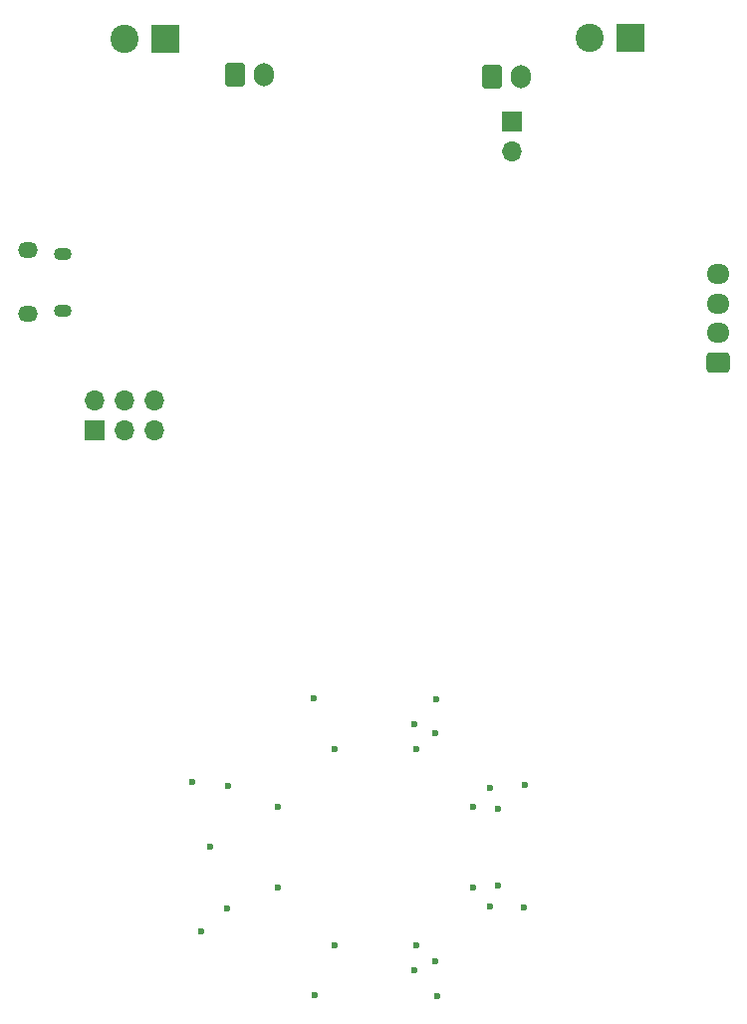
<source format=gbr>
%TF.GenerationSoftware,KiCad,Pcbnew,(7.0.0)*%
%TF.CreationDate,2023-03-13T17:48:54-07:00*%
%TF.ProjectId,DaisyStepperDriver,44616973-7953-4746-9570-706572447269,rev?*%
%TF.SameCoordinates,Original*%
%TF.FileFunction,Soldermask,Bot*%
%TF.FilePolarity,Negative*%
%FSLAX46Y46*%
G04 Gerber Fmt 4.6, Leading zero omitted, Abs format (unit mm)*
G04 Created by KiCad (PCBNEW (7.0.0)) date 2023-03-13 17:48:54*
%MOMM*%
%LPD*%
G01*
G04 APERTURE LIST*
G04 Aperture macros list*
%AMRoundRect*
0 Rectangle with rounded corners*
0 $1 Rounding radius*
0 $2 $3 $4 $5 $6 $7 $8 $9 X,Y pos of 4 corners*
0 Add a 4 corners polygon primitive as box body*
4,1,4,$2,$3,$4,$5,$6,$7,$8,$9,$2,$3,0*
0 Add four circle primitives for the rounded corners*
1,1,$1+$1,$2,$3*
1,1,$1+$1,$4,$5*
1,1,$1+$1,$6,$7*
1,1,$1+$1,$8,$9*
0 Add four rect primitives between the rounded corners*
20,1,$1+$1,$2,$3,$4,$5,0*
20,1,$1+$1,$4,$5,$6,$7,0*
20,1,$1+$1,$6,$7,$8,$9,0*
20,1,$1+$1,$8,$9,$2,$3,0*%
G04 Aperture macros list end*
%ADD10C,0.600002*%
%ADD11R,1.700000X1.700000*%
%ADD12O,1.700000X1.700000*%
%ADD13R,2.400000X2.400000*%
%ADD14C,2.400000*%
%ADD15RoundRect,0.250000X-0.600000X-0.750000X0.600000X-0.750000X0.600000X0.750000X-0.600000X0.750000X0*%
%ADD16O,1.700000X2.000000*%
%ADD17O,1.700000X1.350000*%
%ADD18O,1.500000X1.100000*%
%ADD19RoundRect,0.250000X0.725000X-0.600000X0.725000X0.600000X-0.725000X0.600000X-0.725000X-0.600000X0*%
%ADD20O,1.950000X1.700000*%
G04 APERTURE END LIST*
D10*
%TO.C,MM1*%
X146104580Y-129924052D03*
X153685880Y-114974055D03*
X150726370Y-125298757D03*
X126175880Y-127344055D03*
X144473272Y-111911863D03*
X151475994Y-123497348D03*
X128375393Y-125469653D03*
X144299673Y-130670156D03*
X137588497Y-128541751D03*
X132725880Y-123670947D03*
X146225880Y-107654055D03*
X149344076Y-116782659D03*
X135825085Y-132798755D03*
X151475994Y-116956363D03*
X144303082Y-109783458D03*
X146271978Y-132883955D03*
X132714285Y-116782659D03*
X149347485Y-123670947D03*
X150726370Y-115154760D03*
X153605880Y-125374055D03*
X137588497Y-111911960D03*
X128460165Y-115026762D03*
X144473272Y-128541654D03*
X135789791Y-107569659D03*
X125415880Y-114674055D03*
X146101171Y-110529562D03*
X126932583Y-120226855D03*
%TD*%
D11*
%TO.C,JP1*%
X152621157Y-58541999D03*
D12*
X152621157Y-61081999D03*
%TD*%
D11*
%TO.C,J8*%
X117103463Y-84838199D03*
D12*
X117103463Y-82298199D03*
X119643463Y-84838199D03*
X119643463Y-82298199D03*
X122183463Y-84838199D03*
X122183463Y-82298199D03*
%TD*%
D13*
%TO.C,J6*%
X162722599Y-51478199D03*
D14*
X159222600Y-51478200D03*
%TD*%
D15*
%TO.C,J3*%
X129081000Y-54602500D03*
D16*
X131580999Y-54602499D03*
%TD*%
D17*
%TO.C,J1*%
X111464999Y-74920582D03*
X111464999Y-69460582D03*
D18*
X114464999Y-69770582D03*
X114464999Y-74610582D03*
%TD*%
D13*
%TO.C,J5*%
X123189999Y-51561999D03*
D14*
X119690000Y-51562000D03*
%TD*%
D19*
%TO.C,J7*%
X170134000Y-79010200D03*
D20*
X170133999Y-76510199D03*
X170133999Y-74010199D03*
X170133999Y-71510199D03*
%TD*%
D15*
%TO.C,J4*%
X150896000Y-54729500D03*
D16*
X153395999Y-54729499D03*
%TD*%
M02*

</source>
